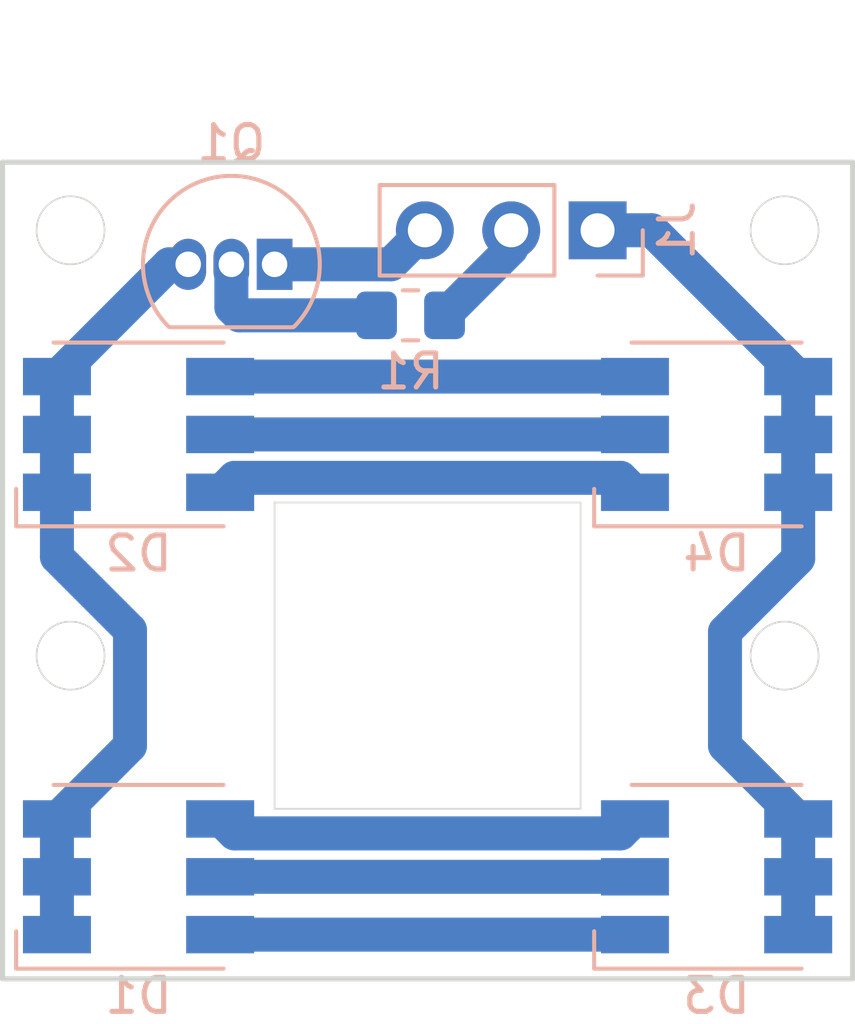
<source format=kicad_pcb>
(kicad_pcb (version 20171130) (host pcbnew 5.1.10)

  (general
    (thickness 1.6)
    (drawings 12)
    (tracks 34)
    (zones 0)
    (modules 7)
    (nets 12)
  )

  (page A4)
  (layers
    (0 F.Cu signal)
    (31 B.Cu signal)
    (32 B.Adhes user)
    (33 F.Adhes user)
    (34 B.Paste user)
    (35 F.Paste user)
    (36 B.SilkS user)
    (37 F.SilkS user)
    (38 B.Mask user)
    (39 F.Mask user)
    (40 Dwgs.User user)
    (41 Cmts.User user)
    (42 Eco1.User user)
    (43 Eco2.User user)
    (44 Edge.Cuts user)
    (45 Margin user)
    (46 B.CrtYd user)
    (47 F.CrtYd user)
    (48 B.Fab user)
    (49 F.Fab user)
  )

  (setup
    (last_trace_width 1)
    (user_trace_width 1)
    (trace_clearance 0.2)
    (zone_clearance 0.508)
    (zone_45_only no)
    (trace_min 0.5)
    (via_size 0.8)
    (via_drill 0.4)
    (via_min_size 0.4)
    (via_min_drill 0.3)
    (uvia_size 0.3)
    (uvia_drill 0.1)
    (uvias_allowed no)
    (uvia_min_size 0.2)
    (uvia_min_drill 0.1)
    (edge_width 0.05)
    (segment_width 0.2)
    (pcb_text_width 0.3)
    (pcb_text_size 1.5 1.5)
    (mod_edge_width 0.12)
    (mod_text_size 1 1)
    (mod_text_width 0.15)
    (pad_size 1.524 1.524)
    (pad_drill 0.762)
    (pad_to_mask_clearance 0)
    (aux_axis_origin 0 0)
    (visible_elements FFFFFF7F)
    (pcbplotparams
      (layerselection 0x010fc_ffffffff)
      (usegerberextensions false)
      (usegerberattributes true)
      (usegerberadvancedattributes true)
      (creategerberjobfile true)
      (excludeedgelayer true)
      (linewidth 0.100000)
      (plotframeref false)
      (viasonmask false)
      (mode 1)
      (useauxorigin false)
      (hpglpennumber 1)
      (hpglpenspeed 20)
      (hpglpendiameter 15.000000)
      (psnegative false)
      (psa4output false)
      (plotreference true)
      (plotvalue true)
      (plotinvisibletext false)
      (padsonsilk false)
      (subtractmaskfromsilk false)
      (outputformat 1)
      (mirror false)
      (drillshape 1)
      (scaleselection 1)
      (outputdirectory ""))
  )

  (net 0 "")
  (net 1 GND)
  (net 2 +5V)
  (net 3 "Net-(D1-Pad6)")
  (net 4 "Net-(D1-Pad5)")
  (net 5 "Net-(D1-Pad4)")
  (net 6 "Net-(D2-Pad6)")
  (net 7 "Net-(D2-Pad5)")
  (net 8 "Net-(D2-Pad4)")
  (net 9 "Net-(D1-Pad1)")
  (net 10 GPIO)
  (net 11 "Net-(Q1-Pad2)")

  (net_class Default "This is the default net class."
    (clearance 0.2)
    (trace_width 0.5)
    (via_dia 0.8)
    (via_drill 0.4)
    (uvia_dia 0.3)
    (uvia_drill 0.1)
    (diff_pair_width 0.5)
    (diff_pair_gap 0.25)
    (add_net +5V)
    (add_net GND)
    (add_net GPIO)
    (add_net "Net-(D1-Pad1)")
    (add_net "Net-(D1-Pad4)")
    (add_net "Net-(D1-Pad5)")
    (add_net "Net-(D1-Pad6)")
    (add_net "Net-(D2-Pad4)")
    (add_net "Net-(D2-Pad5)")
    (add_net "Net-(D2-Pad6)")
    (add_net "Net-(Q1-Pad2)")
  )

  (net_class CNC ""
    (clearance 0.4)
    (trace_width 1)
    (via_dia 1.6)
    (via_drill 1)
    (uvia_dia 0.8)
    (uvia_drill 0.4)
    (diff_pair_width 0.5)
    (diff_pair_gap 0.5)
  )

  (module Resistor_SMD:R_0805_2012Metric_Pad1.20x1.40mm_HandSolder (layer B.Cu) (tedit 5F68FEEE) (tstamp 61015F6A)
    (at 27 19.5)
    (descr "Resistor SMD 0805 (2012 Metric), square (rectangular) end terminal, IPC_7351 nominal with elongated pad for handsoldering. (Body size source: IPC-SM-782 page 72, https://www.pcb-3d.com/wordpress/wp-content/uploads/ipc-sm-782a_amendment_1_and_2.pdf), generated with kicad-footprint-generator")
    (tags "resistor handsolder")
    (path /61083465)
    (attr smd)
    (fp_text reference R1 (at 0 1.65) (layer B.SilkS)
      (effects (font (size 1 1) (thickness 0.15)) (justify mirror))
    )
    (fp_text value 1.1k (at 0 -1.65) (layer B.Fab)
      (effects (font (size 1 1) (thickness 0.15)) (justify mirror))
    )
    (fp_text user %R (at 0 0) (layer B.Fab)
      (effects (font (size 0.5 0.5) (thickness 0.08)) (justify mirror))
    )
    (fp_line (start -1 -0.625) (end -1 0.625) (layer B.Fab) (width 0.1))
    (fp_line (start -1 0.625) (end 1 0.625) (layer B.Fab) (width 0.1))
    (fp_line (start 1 0.625) (end 1 -0.625) (layer B.Fab) (width 0.1))
    (fp_line (start 1 -0.625) (end -1 -0.625) (layer B.Fab) (width 0.1))
    (fp_line (start -0.227064 0.735) (end 0.227064 0.735) (layer B.SilkS) (width 0.12))
    (fp_line (start -0.227064 -0.735) (end 0.227064 -0.735) (layer B.SilkS) (width 0.12))
    (fp_line (start -1.85 -0.95) (end -1.85 0.95) (layer B.CrtYd) (width 0.05))
    (fp_line (start -1.85 0.95) (end 1.85 0.95) (layer B.CrtYd) (width 0.05))
    (fp_line (start 1.85 0.95) (end 1.85 -0.95) (layer B.CrtYd) (width 0.05))
    (fp_line (start 1.85 -0.95) (end -1.85 -0.95) (layer B.CrtYd) (width 0.05))
    (pad 2 smd roundrect (at 1 0) (size 1.2 1.4) (layers B.Cu B.Paste B.Mask) (roundrect_rratio 0.208333)
      (net 10 GPIO))
    (pad 1 smd roundrect (at -1 0) (size 1.2 1.4) (layers B.Cu B.Paste B.Mask) (roundrect_rratio 0.208333)
      (net 11 "Net-(Q1-Pad2)"))
    (model ${KISYS3DMOD}/Resistor_SMD.3dshapes/R_0805_2012Metric.wrl
      (at (xyz 0 0 0))
      (scale (xyz 1 1 1))
      (rotate (xyz 0 0 0))
    )
  )

  (module Package_TO_SOT_THT:TO-92_Inline (layer B.Cu) (tedit 5A1DD157) (tstamp 61015858)
    (at 23 18 180)
    (descr "TO-92 leads in-line, narrow, oval pads, drill 0.75mm (see NXP sot054_po.pdf)")
    (tags "to-92 sc-43 sc-43a sot54 PA33 transistor")
    (path /61064F2C)
    (fp_text reference Q1 (at 1.27 3.56) (layer B.SilkS)
      (effects (font (size 1 1) (thickness 0.15)) (justify mirror))
    )
    (fp_text value 2N3904 (at 1.27 -2.79) (layer B.Fab)
      (effects (font (size 1 1) (thickness 0.15)) (justify mirror))
    )
    (fp_arc (start 1.27 0) (end 1.27 2.6) (angle -135) (layer B.SilkS) (width 0.12))
    (fp_arc (start 1.27 0) (end 1.27 2.48) (angle 135) (layer B.Fab) (width 0.1))
    (fp_arc (start 1.27 0) (end 1.27 2.6) (angle 135) (layer B.SilkS) (width 0.12))
    (fp_arc (start 1.27 0) (end 1.27 2.48) (angle -135) (layer B.Fab) (width 0.1))
    (fp_text user %R (at 1.27 0) (layer B.Fab)
      (effects (font (size 1 1) (thickness 0.15)) (justify mirror))
    )
    (fp_line (start -0.53 -1.85) (end 3.07 -1.85) (layer B.SilkS) (width 0.12))
    (fp_line (start -0.5 -1.75) (end 3 -1.75) (layer B.Fab) (width 0.1))
    (fp_line (start -1.46 2.73) (end 4 2.73) (layer B.CrtYd) (width 0.05))
    (fp_line (start -1.46 2.73) (end -1.46 -2.01) (layer B.CrtYd) (width 0.05))
    (fp_line (start 4 -2.01) (end 4 2.73) (layer B.CrtYd) (width 0.05))
    (fp_line (start 4 -2.01) (end -1.46 -2.01) (layer B.CrtYd) (width 0.05))
    (pad 1 thru_hole rect (at 0 0 180) (size 1.05 1.5) (drill 0.75) (layers *.Cu *.Mask)
      (net 1 GND))
    (pad 3 thru_hole oval (at 2.54 0 180) (size 1.05 1.5) (drill 0.75) (layers *.Cu *.Mask)
      (net 9 "Net-(D1-Pad1)"))
    (pad 2 thru_hole oval (at 1.27 0 180) (size 1.05 1.5) (drill 0.75) (layers *.Cu *.Mask)
      (net 11 "Net-(Q1-Pad2)"))
    (model ${KISYS3DMOD}/Package_TO_SOT_THT.3dshapes/TO-92_Inline.wrl
      (at (xyz 0 0 0))
      (scale (xyz 1 1 1))
      (rotate (xyz 0 0 0))
    )
  )

  (module Connector_PinHeader_2.54mm:PinHeader_1x03_P2.54mm_Vertical (layer B.Cu) (tedit 59FED5CC) (tstamp 610159A1)
    (at 32.5 17 90)
    (descr "Through hole straight pin header, 1x03, 2.54mm pitch, single row")
    (tags "Through hole pin header THT 1x03 2.54mm single row")
    (path /6106F0B5)
    (fp_text reference J1 (at 0 2.33 90) (layer B.SilkS)
      (effects (font (size 1 1) (thickness 0.15)) (justify mirror))
    )
    (fp_text value Conn_01x03_Male (at 0 -7.41 90) (layer B.Fab)
      (effects (font (size 1 1) (thickness 0.15)) (justify mirror))
    )
    (fp_text user %R (at 0 -2.54 180) (layer B.Fab)
      (effects (font (size 1 1) (thickness 0.15)) (justify mirror))
    )
    (fp_line (start -0.635 1.27) (end 1.27 1.27) (layer B.Fab) (width 0.1))
    (fp_line (start 1.27 1.27) (end 1.27 -6.35) (layer B.Fab) (width 0.1))
    (fp_line (start 1.27 -6.35) (end -1.27 -6.35) (layer B.Fab) (width 0.1))
    (fp_line (start -1.27 -6.35) (end -1.27 0.635) (layer B.Fab) (width 0.1))
    (fp_line (start -1.27 0.635) (end -0.635 1.27) (layer B.Fab) (width 0.1))
    (fp_line (start -1.33 -6.41) (end 1.33 -6.41) (layer B.SilkS) (width 0.12))
    (fp_line (start -1.33 -1.27) (end -1.33 -6.41) (layer B.SilkS) (width 0.12))
    (fp_line (start 1.33 -1.27) (end 1.33 -6.41) (layer B.SilkS) (width 0.12))
    (fp_line (start -1.33 -1.27) (end 1.33 -1.27) (layer B.SilkS) (width 0.12))
    (fp_line (start -1.33 0) (end -1.33 1.33) (layer B.SilkS) (width 0.12))
    (fp_line (start -1.33 1.33) (end 0 1.33) (layer B.SilkS) (width 0.12))
    (fp_line (start -1.8 1.8) (end -1.8 -6.85) (layer B.CrtYd) (width 0.05))
    (fp_line (start -1.8 -6.85) (end 1.8 -6.85) (layer B.CrtYd) (width 0.05))
    (fp_line (start 1.8 -6.85) (end 1.8 1.8) (layer B.CrtYd) (width 0.05))
    (fp_line (start 1.8 1.8) (end -1.8 1.8) (layer B.CrtYd) (width 0.05))
    (pad 3 thru_hole oval (at 0 -5.08 90) (size 1.7 1.7) (drill 1) (layers *.Cu *.Mask)
      (net 1 GND))
    (pad 2 thru_hole oval (at 0 -2.54 90) (size 1.7 1.7) (drill 1) (layers *.Cu *.Mask)
      (net 10 GPIO))
    (pad 1 thru_hole rect (at 0 0 90) (size 1.7 1.7) (drill 1) (layers *.Cu *.Mask)
      (net 2 +5V))
    (model ${KISYS3DMOD}/Connector_PinHeader_2.54mm.3dshapes/PinHeader_1x03_P2.54mm_Vertical.wrl
      (at (xyz 0 0 0))
      (scale (xyz 1 1 1))
      (rotate (xyz 0 0 0))
    )
  )

  (module LED_SMD:LED_RGB_5050-6 (layer B.Cu) (tedit 59155824) (tstamp 61006AB2)
    (at 36 23)
    (descr http://cdn.sparkfun.com/datasheets/Components/LED/5060BRG4.pdf)
    (tags "RGB LED 5050-6")
    (path /61037C62)
    (attr smd)
    (fp_text reference D4 (at 0 3.5 -180) (layer B.SilkS)
      (effects (font (size 1 1) (thickness 0.15)) (justify mirror))
    )
    (fp_text value LED_RGB (at 0 -3.3) (layer B.Fab)
      (effects (font (size 1 1) (thickness 0.15)) (justify mirror))
    )
    (fp_text user %R (at 0 0) (layer B.Fab)
      (effects (font (size 0.6 0.6) (thickness 0.06)) (justify mirror))
    )
    (fp_line (start -2.5 1.9) (end -1.9 2.5) (layer B.Fab) (width 0.1))
    (fp_line (start 2.5 2.5) (end -2.5 2.5) (layer B.Fab) (width 0.1))
    (fp_line (start 2.5 -2.5) (end 2.5 2.5) (layer B.Fab) (width 0.1))
    (fp_line (start -2.5 -2.5) (end 2.5 -2.5) (layer B.Fab) (width 0.1))
    (fp_line (start -2.5 2.5) (end -2.5 -2.5) (layer B.Fab) (width 0.1))
    (fp_line (start -3.6 2.7) (end 2.5 2.7) (layer B.SilkS) (width 0.12))
    (fp_line (start -3.6 1.6) (end -3.6 2.7) (layer B.SilkS) (width 0.12))
    (fp_line (start 2.5 -2.7) (end -2.5 -2.7) (layer B.SilkS) (width 0.12))
    (fp_line (start 3.65 2.75) (end -3.65 2.75) (layer B.CrtYd) (width 0.05))
    (fp_line (start 3.65 -2.75) (end 3.65 2.75) (layer B.CrtYd) (width 0.05))
    (fp_line (start -3.65 -2.75) (end 3.65 -2.75) (layer B.CrtYd) (width 0.05))
    (fp_line (start -3.65 2.75) (end -3.65 -2.75) (layer B.CrtYd) (width 0.05))
    (fp_circle (center 0 0) (end 0 1.9) (layer B.Fab) (width 0.1))
    (pad 6 smd rect (at 2.4 1.7 270) (size 1.1 2) (layers B.Cu B.Paste B.Mask)
      (net 2 +5V))
    (pad 5 smd rect (at 2.4 0 270) (size 1.1 2) (layers B.Cu B.Paste B.Mask)
      (net 2 +5V))
    (pad 4 smd rect (at 2.4 -1.7 270) (size 1.1 2) (layers B.Cu B.Paste B.Mask)
      (net 2 +5V))
    (pad 3 smd rect (at -2.4 -1.7 270) (size 1.1 2) (layers B.Cu B.Paste B.Mask)
      (net 8 "Net-(D2-Pad4)"))
    (pad 2 smd rect (at -2.4 0 270) (size 1.1 2) (layers B.Cu B.Paste B.Mask)
      (net 7 "Net-(D2-Pad5)"))
    (pad 1 smd rect (at -2.4 1.7 270) (size 1.1 2) (layers B.Cu B.Paste B.Mask)
      (net 6 "Net-(D2-Pad6)"))
    (model ${KISYS3DMOD}/LED_SMD.3dshapes/LED_RGB_5050-6.wrl
      (at (xyz 0 0 0))
      (scale (xyz 1 1 1))
      (rotate (xyz 0 0 0))
    )
  )

  (module LED_SMD:LED_RGB_5050-6 (layer B.Cu) (tedit 59155824) (tstamp 61006A9A)
    (at 36 36)
    (descr http://cdn.sparkfun.com/datasheets/Components/LED/5060BRG4.pdf)
    (tags "RGB LED 5050-6")
    (path /61030AB6)
    (attr smd)
    (fp_text reference D3 (at 0 3.5 -180) (layer B.SilkS)
      (effects (font (size 1 1) (thickness 0.15)) (justify mirror))
    )
    (fp_text value LED_RGB (at 0 -3.3) (layer B.Fab)
      (effects (font (size 1 1) (thickness 0.15)) (justify mirror))
    )
    (fp_text user %R (at 0 0) (layer B.Fab)
      (effects (font (size 0.6 0.6) (thickness 0.06)) (justify mirror))
    )
    (fp_line (start -2.5 1.9) (end -1.9 2.5) (layer B.Fab) (width 0.1))
    (fp_line (start 2.5 2.5) (end -2.5 2.5) (layer B.Fab) (width 0.1))
    (fp_line (start 2.5 -2.5) (end 2.5 2.5) (layer B.Fab) (width 0.1))
    (fp_line (start -2.5 -2.5) (end 2.5 -2.5) (layer B.Fab) (width 0.1))
    (fp_line (start -2.5 2.5) (end -2.5 -2.5) (layer B.Fab) (width 0.1))
    (fp_line (start -3.6 2.7) (end 2.5 2.7) (layer B.SilkS) (width 0.12))
    (fp_line (start -3.6 1.6) (end -3.6 2.7) (layer B.SilkS) (width 0.12))
    (fp_line (start 2.5 -2.7) (end -2.5 -2.7) (layer B.SilkS) (width 0.12))
    (fp_line (start 3.65 2.75) (end -3.65 2.75) (layer B.CrtYd) (width 0.05))
    (fp_line (start 3.65 -2.75) (end 3.65 2.75) (layer B.CrtYd) (width 0.05))
    (fp_line (start -3.65 -2.75) (end 3.65 -2.75) (layer B.CrtYd) (width 0.05))
    (fp_line (start -3.65 2.75) (end -3.65 -2.75) (layer B.CrtYd) (width 0.05))
    (fp_circle (center 0 0) (end 0 1.9) (layer B.Fab) (width 0.1))
    (pad 6 smd rect (at 2.4 1.7 270) (size 1.1 2) (layers B.Cu B.Paste B.Mask)
      (net 2 +5V))
    (pad 5 smd rect (at 2.4 0 270) (size 1.1 2) (layers B.Cu B.Paste B.Mask)
      (net 2 +5V))
    (pad 4 smd rect (at 2.4 -1.7 270) (size 1.1 2) (layers B.Cu B.Paste B.Mask)
      (net 2 +5V))
    (pad 3 smd rect (at -2.4 -1.7 270) (size 1.1 2) (layers B.Cu B.Paste B.Mask)
      (net 5 "Net-(D1-Pad4)"))
    (pad 2 smd rect (at -2.4 0 270) (size 1.1 2) (layers B.Cu B.Paste B.Mask)
      (net 4 "Net-(D1-Pad5)"))
    (pad 1 smd rect (at -2.4 1.7 270) (size 1.1 2) (layers B.Cu B.Paste B.Mask)
      (net 3 "Net-(D1-Pad6)"))
    (model ${KISYS3DMOD}/LED_SMD.3dshapes/LED_RGB_5050-6.wrl
      (at (xyz 0 0 0))
      (scale (xyz 1 1 1))
      (rotate (xyz 0 0 0))
    )
  )

  (module LED_SMD:LED_RGB_5050-6 (layer B.Cu) (tedit 59155824) (tstamp 61006A82)
    (at 19 23)
    (descr http://cdn.sparkfun.com/datasheets/Components/LED/5060BRG4.pdf)
    (tags "RGB LED 5050-6")
    (path /61037C5C)
    (attr smd)
    (fp_text reference D2 (at 0 3.5 -180) (layer B.SilkS)
      (effects (font (size 1 1) (thickness 0.15)) (justify mirror))
    )
    (fp_text value LED_RGB (at 0 -3.3) (layer B.Fab)
      (effects (font (size 1 1) (thickness 0.15)) (justify mirror))
    )
    (fp_text user %R (at 0 0) (layer B.Fab)
      (effects (font (size 0.6 0.6) (thickness 0.06)) (justify mirror))
    )
    (fp_line (start -2.5 1.9) (end -1.9 2.5) (layer B.Fab) (width 0.1))
    (fp_line (start 2.5 2.5) (end -2.5 2.5) (layer B.Fab) (width 0.1))
    (fp_line (start 2.5 -2.5) (end 2.5 2.5) (layer B.Fab) (width 0.1))
    (fp_line (start -2.5 -2.5) (end 2.5 -2.5) (layer B.Fab) (width 0.1))
    (fp_line (start -2.5 2.5) (end -2.5 -2.5) (layer B.Fab) (width 0.1))
    (fp_line (start -3.6 2.7) (end 2.5 2.7) (layer B.SilkS) (width 0.12))
    (fp_line (start -3.6 1.6) (end -3.6 2.7) (layer B.SilkS) (width 0.12))
    (fp_line (start 2.5 -2.7) (end -2.5 -2.7) (layer B.SilkS) (width 0.12))
    (fp_line (start 3.65 2.75) (end -3.65 2.75) (layer B.CrtYd) (width 0.05))
    (fp_line (start 3.65 -2.75) (end 3.65 2.75) (layer B.CrtYd) (width 0.05))
    (fp_line (start -3.65 -2.75) (end 3.65 -2.75) (layer B.CrtYd) (width 0.05))
    (fp_line (start -3.65 2.75) (end -3.65 -2.75) (layer B.CrtYd) (width 0.05))
    (fp_circle (center 0 0) (end 0 1.9) (layer B.Fab) (width 0.1))
    (pad 6 smd rect (at 2.4 1.7 270) (size 1.1 2) (layers B.Cu B.Paste B.Mask)
      (net 6 "Net-(D2-Pad6)"))
    (pad 5 smd rect (at 2.4 0 270) (size 1.1 2) (layers B.Cu B.Paste B.Mask)
      (net 7 "Net-(D2-Pad5)"))
    (pad 4 smd rect (at 2.4 -1.7 270) (size 1.1 2) (layers B.Cu B.Paste B.Mask)
      (net 8 "Net-(D2-Pad4)"))
    (pad 3 smd rect (at -2.4 -1.7 270) (size 1.1 2) (layers B.Cu B.Paste B.Mask)
      (net 9 "Net-(D1-Pad1)"))
    (pad 2 smd rect (at -2.4 0 270) (size 1.1 2) (layers B.Cu B.Paste B.Mask)
      (net 9 "Net-(D1-Pad1)"))
    (pad 1 smd rect (at -2.4 1.7 270) (size 1.1 2) (layers B.Cu B.Paste B.Mask)
      (net 9 "Net-(D1-Pad1)"))
    (model ${KISYS3DMOD}/LED_SMD.3dshapes/LED_RGB_5050-6.wrl
      (at (xyz 0 0 0))
      (scale (xyz 1 1 1))
      (rotate (xyz 0 0 0))
    )
  )

  (module LED_SMD:LED_RGB_5050-6 (layer B.Cu) (tedit 59155824) (tstamp 61006A6A)
    (at 19 36)
    (descr http://cdn.sparkfun.com/datasheets/Components/LED/5060BRG4.pdf)
    (tags "RGB LED 5050-6")
    (path /6102FCF5)
    (attr smd)
    (fp_text reference D1 (at 0 3.5 -180) (layer B.SilkS)
      (effects (font (size 1 1) (thickness 0.15)) (justify mirror))
    )
    (fp_text value LED_RGB (at 0 -3.3) (layer B.Fab)
      (effects (font (size 1 1) (thickness 0.15)) (justify mirror))
    )
    (fp_text user %R (at 0 0) (layer B.Fab)
      (effects (font (size 0.6 0.6) (thickness 0.06)) (justify mirror))
    )
    (fp_line (start -2.5 1.9) (end -1.9 2.5) (layer B.Fab) (width 0.1))
    (fp_line (start 2.5 2.5) (end -2.5 2.5) (layer B.Fab) (width 0.1))
    (fp_line (start 2.5 -2.5) (end 2.5 2.5) (layer B.Fab) (width 0.1))
    (fp_line (start -2.5 -2.5) (end 2.5 -2.5) (layer B.Fab) (width 0.1))
    (fp_line (start -2.5 2.5) (end -2.5 -2.5) (layer B.Fab) (width 0.1))
    (fp_line (start -3.6 2.7) (end 2.5 2.7) (layer B.SilkS) (width 0.12))
    (fp_line (start -3.6 1.6) (end -3.6 2.7) (layer B.SilkS) (width 0.12))
    (fp_line (start 2.5 -2.7) (end -2.5 -2.7) (layer B.SilkS) (width 0.12))
    (fp_line (start 3.65 2.75) (end -3.65 2.75) (layer B.CrtYd) (width 0.05))
    (fp_line (start 3.65 -2.75) (end 3.65 2.75) (layer B.CrtYd) (width 0.05))
    (fp_line (start -3.65 -2.75) (end 3.65 -2.75) (layer B.CrtYd) (width 0.05))
    (fp_line (start -3.65 2.75) (end -3.65 -2.75) (layer B.CrtYd) (width 0.05))
    (fp_circle (center 0 0) (end 0 1.9) (layer B.Fab) (width 0.1))
    (pad 6 smd rect (at 2.4 1.7 270) (size 1.1 2) (layers B.Cu B.Paste B.Mask)
      (net 3 "Net-(D1-Pad6)"))
    (pad 5 smd rect (at 2.4 0 270) (size 1.1 2) (layers B.Cu B.Paste B.Mask)
      (net 4 "Net-(D1-Pad5)"))
    (pad 4 smd rect (at 2.4 -1.7 270) (size 1.1 2) (layers B.Cu B.Paste B.Mask)
      (net 5 "Net-(D1-Pad4)"))
    (pad 3 smd rect (at -2.4 -1.7 270) (size 1.1 2) (layers B.Cu B.Paste B.Mask)
      (net 9 "Net-(D1-Pad1)"))
    (pad 2 smd rect (at -2.4 0 270) (size 1.1 2) (layers B.Cu B.Paste B.Mask)
      (net 9 "Net-(D1-Pad1)"))
    (pad 1 smd rect (at -2.4 1.7 270) (size 1.1 2) (layers B.Cu B.Paste B.Mask)
      (net 9 "Net-(D1-Pad1)"))
    (model ${KISYS3DMOD}/LED_SMD.3dshapes/LED_RGB_5050-6.wrl
      (at (xyz 0 0 0))
      (scale (xyz 1 1 1))
      (rotate (xyz 0 0 0))
    )
  )

  (gr_line (start 23 34) (end 23 25) (layer Edge.Cuts) (width 0.05) (tstamp 610055AF))
  (gr_line (start 32 34) (end 23 34) (layer Edge.Cuts) (width 0.05))
  (gr_line (start 32 25) (end 32 34) (layer Edge.Cuts) (width 0.05))
  (gr_line (start 23 25) (end 32 25) (layer Edge.Cuts) (width 0.05))
  (gr_circle (center 38 29.5) (end 39 29.5) (layer Edge.Cuts) (width 0.05) (tstamp 61005594))
  (gr_circle (center 17 29.5) (end 18 29.5) (layer Edge.Cuts) (width 0.05) (tstamp 61005546))
  (gr_circle (center 38 17) (end 39 17) (layer Edge.Cuts) (width 0.05) (tstamp 61005519))
  (gr_circle (center 17 17) (end 18 17) (layer Edge.Cuts) (width 0.05))
  (gr_line (start 15 39) (end 15 15) (layer Edge.Cuts) (width 0.15) (tstamp 6100544C))
  (gr_line (start 40 39) (end 15 39) (layer Edge.Cuts) (width 0.15))
  (gr_line (start 40 15) (end 40 39) (layer Edge.Cuts) (width 0.15))
  (gr_line (start 15 15) (end 40 15) (layer Edge.Cuts) (width 0.15))

  (segment (start 26.42 18) (end 27.42 17) (width 1) (layer B.Cu) (net 1))
  (segment (start 23 18) (end 26.42 18) (width 1) (layer B.Cu) (net 1))
  (segment (start 16.6 21.3) (end 16.6 23) (width 1) (layer B.Cu) (net 9))
  (segment (start 16.6 23) (end 16.6 24.7) (width 1) (layer B.Cu) (net 9))
  (segment (start 16.6 24.7) (end 16.6 26.6) (width 1) (layer B.Cu) (net 9))
  (segment (start 18.748195 32.151805) (end 16.6 34.3) (width 1) (layer B.Cu) (net 9))
  (segment (start 18.748195 28.748195) (end 18.748195 32.151805) (width 1) (layer B.Cu) (net 9))
  (segment (start 16.6 26.6) (end 18.748195 28.748195) (width 1) (layer B.Cu) (net 9))
  (segment (start 16.6 34.3) (end 16.6 37.7) (width 1) (layer B.Cu) (net 9))
  (segment (start 38.4 21.3) (end 38.4 24.7) (width 1) (layer B.Cu) (net 2))
  (segment (start 36.247377 28.797239) (end 36.247377 32.147377) (width 1) (layer B.Cu) (net 2))
  (segment (start 38.4 26.644616) (end 36.247377 28.797239) (width 1) (layer B.Cu) (net 2))
  (segment (start 36.247377 32.147377) (end 38.4 34.3) (width 1) (layer B.Cu) (net 2))
  (segment (start 38.4 24.7) (end 38.4 26.644616) (width 1) (layer B.Cu) (net 2))
  (segment (start 38.4 34.3) (end 38.4 37.7) (width 1) (layer B.Cu) (net 2))
  (segment (start 34.1 17) (end 38.4 21.3) (width 1) (layer B.Cu) (net 2))
  (segment (start 32.5 17) (end 34.1 17) (width 1) (layer B.Cu) (net 2))
  (segment (start 21.4 37.7) (end 33.6 37.7) (width 1) (layer B.Cu) (net 3))
  (segment (start 21.4 36) (end 33.6 36) (width 1) (layer B.Cu) (net 4))
  (segment (start 33.17499 34.72501) (end 33.6 34.3) (width 1) (layer B.Cu) (net 5))
  (segment (start 21.82501 34.72501) (end 33.17499 34.72501) (width 1) (layer B.Cu) (net 5))
  (segment (start 21.4 34.3) (end 21.82501 34.72501) (width 1) (layer B.Cu) (net 5))
  (segment (start 33.17499 24.27499) (end 33.6 24.7) (width 1) (layer B.Cu) (net 6))
  (segment (start 21.82501 24.27499) (end 33.17499 24.27499) (width 1) (layer B.Cu) (net 6))
  (segment (start 21.4 24.7) (end 21.82501 24.27499) (width 1) (layer B.Cu) (net 6))
  (segment (start 21.4 23) (end 33.6 23) (width 1) (layer B.Cu) (net 7))
  (segment (start 21.4 21.3) (end 33.6 21.3) (width 1) (layer B.Cu) (net 8))
  (segment (start 19.9 18) (end 16.6 21.3) (width 1) (layer B.Cu) (net 9))
  (segment (start 20.46 18) (end 19.9 18) (width 1) (layer B.Cu) (net 9))
  (segment (start 29.96 17.54) (end 28 19.5) (width 1) (layer B.Cu) (net 10))
  (segment (start 29.96 17) (end 29.96 17.54) (width 1) (layer B.Cu) (net 10))
  (segment (start 21.73 19.265002) (end 21.73 18) (width 1) (layer B.Cu) (net 11))
  (segment (start 21.964998 19.5) (end 21.73 19.265002) (width 1) (layer B.Cu) (net 11))
  (segment (start 26 19.5) (end 21.964998 19.5) (width 1) (layer B.Cu) (net 11))

)

</source>
